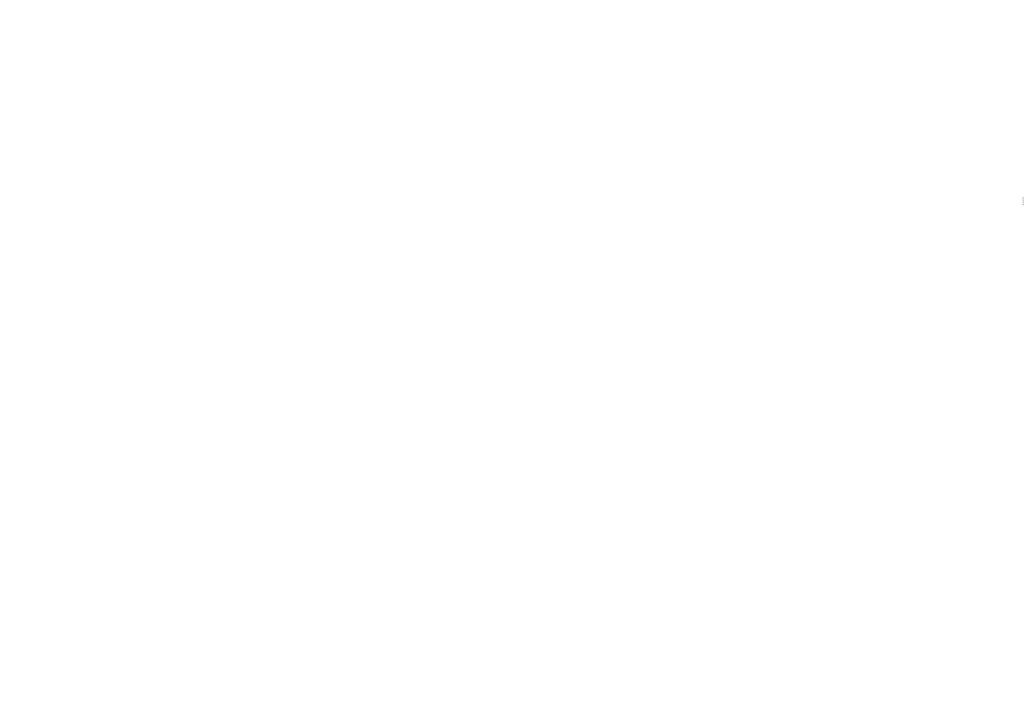
<source format=kicad_sch>
(kicad_sch (version 20231120) (generator "eeschema") (generator_version "8.0")
  (paper "A0")
  (title_block (title "Véhicule REX") (rev "1.0") (company "Softcar SA"))
  (lib_symbols
    (symbol "Conn_01x02_Pin_1" (pin_names (offset 1.016) hide)
      (symbol "Conn_01x02_Pin_1_1_1"
        (pin passive line (at 5.08 0 180) (length 3.81) (name "Pin_1") (number ""))
        (pin passive line (at 5.08 -2.54 180) (length 3.81) (name "Pin_2") (number ""))
      )
    )
    (symbol "Conn_01x02_Pin_2" (pin_names (offset 1.016) hide)
      (property "Reference" "J" (at 0 2.54 0))
      (property "Value" "Conn_01x02_Pin" (at 0 -5.08 0))
      (symbol "Conn_01x02_Pin_2_1_1"
        (pin passive line (at 5.08 0 180) (length 3.81) (name "Pin_1") (number "1"))
        (pin passive line (at 5.08 -2.54 180) (length 3.81) (name "Pin_2") (number "2"))
      )
    )
    (symbol "Conn_01x02_Socket_2" (pin_names (offset 1.016) hide)
      (symbol "Conn_01x02_Socket_2_1_1"
        (pin passive line (at -5.08 0 0) (length 3.81) (name "Pin_1") (number ""))
        (pin passive line (at -5.08 -2.54 0) (length 3.81) (name "Pin_2") (number ""))
      )
    )
    (symbol "Conn_01x02_Socket_3" (pin_names (offset 1.016) hide)
      (symbol "Conn_01x02_Socket_3_1_1"
        (pin passive line (at -5.08 -2.54 0) (length 3.81) (name "Pin_1") (number "1"))
        (pin passive line (at -5.08 0 0) (length 3.81) (name "Pin_2") (number "2"))
      )
    )
    (symbol "Conn_01x04_Male_6" (pin_names (offset 1.016) hide)
      (property "Reference" "AmphenolHT2P" (at 1.27 6.35 0))
      (property "Value" "HVSL362062A010I" (at 1.27 5.08 0))
      (symbol "Conn_01x04_Male_6_1_1"
        (pin passive line (at 5.08 -5.08 180) (length 3.81) (name "Pin_4") (number "1"))
        (pin passive line (at 5.08 2.54 180) (length 3.81) (name "Pin_1") (number "2"))
        (pin passive line (at 5.08 -2.54 180) (length 3.81) (name "Pin_3") (number "A"))
        (pin passive line (at 5.08 0 180) (length 3.81) (name "Pin_2") (number "B"))
      )
    )
    (symbol "Conn_01x04_Socket_1" (pin_names (offset 1.016) hide)
      (property "Reference" "J1" (at 1.27 0.0001 0))
      (property "Value" "Conn_01x04_Socket" (at 1.27 -2.5399 0))
      (symbol "Conn_01x04_Socket_1_1_1"
        (pin passive line (at -5.08 2.54 0) (length 3.81) (name "Pin_1") (number "1"))
        (pin passive line (at -5.08 -5.08 0) (length 3.81) (name "Pin_2") (number "2"))
        (pin passive line (at -5.08 0 0) (length 3.81) (name "Pin_A") (number "A"))
        (pin passive line (at -5.08 -2.54 0) (length 3.81) (name "Pin_B") (number "B"))
      )
    )
    (symbol "Connector:Conn_01x01_Pin" (pin_names (offset 1.016) hide)
      (property "Reference" "J" (at 0 2.54 0))
      (property "Value" "Conn_01x01_Pin" (at 0 -2.54 0))
      (symbol "Conn_01x01_Pin_1_1"
        (pin passive line (at 5.08 0 180) (length 3.81) (name "Pin_1") (number "1"))
      )
    )
    (symbol "Connector:Conn_01x01_Socket" (pin_names (offset 1.016) hide)
      (property "Reference" "J" (at 0 2.54 0))
      (property "Value" "Conn_01x01_Socket" (at 0 -2.54 0))
      (symbol "Conn_01x01_Socket_1_1"
        (pin passive line (at -5.08 0 0) (length 3.81) (name "Pin_1") (number "1"))
      )
    )
    (symbol "Connector:Conn_01x02_Pin" (pin_names (offset 1.016) hide)
      (property "Reference" "J" (at 0 2.54 0))
      (property "Value" "Conn_01x02_Pin" (at 0 -5.08 0))
      (symbol "Conn_01x02_Pin_1_1"
        (pin passive line (at 5.08 0 180) (length 3.81) (name "Pin_1") (number "1"))
        (pin passive line (at 5.08 -2.54 180) (length 3.81) (name "Pin_2") (number "2"))
      )
    )
    (symbol "Connector:Conn_01x02_Socket" (pin_names (offset 1.016) hide)
      (property "Reference" "J" (at 0 2.54 0))
      (property "Value" "Conn_01x02_Socket" (at 0 -5.08 0))
      (symbol "Conn_01x02_Socket_1_1"
        (pin passive line (at -5.08 0 0) (length 3.81) (name "Pin_1") (number "1"))
        (pin passive line (at -5.08 -2.54 0) (length 3.81) (name "Pin_2") (number "2"))
      )
    )
    (symbol "Connector:Conn_01x03_Pin" (pin_names (offset 1.016) hide)
      (property "Reference" "J" (at 0 5.08 0))
      (property "Value" "Conn_01x03_Pin" (at 0 -5.08 0))
      (symbol "Conn_01x03_Pin_1_1"
        (pin passive line (at 5.08 2.54 180) (length 3.81) (name "Pin_1") (number "1"))
        (pin passive line (at 5.08 0 180) (length 3.81) (name "Pin_2") (number "2"))
        (pin passive line (at 5.08 -2.54 180) (length 3.81) (name "Pin_3") (number "3"))
      )
    )
    (symbol "Connector:Conn_01x03_Socket" (pin_names (offset 1.016) hide)
      (property "Reference" "J" (at 0 5.08 0))
      (property "Value" "Conn_01x03_Socket" (at 0 -5.08 0))
      (symbol "Conn_01x03_Socket_1_1"
        (pin passive line (at -5.08 2.54 0) (length 3.81) (name "Pin_1") (number "1"))
        (pin passive line (at -5.08 0 0) (length 3.81) (name "Pin_2") (number "2"))
        (pin passive line (at -5.08 -2.54 0) (length 3.81) (name "Pin_3") (number "3"))
      )
    )
    (symbol "Connector:Conn_01x04_Pin" (pin_names (offset 1.016) hide)
      (property "Reference" "J" (at 0 5.08 0))
      (property "Value" "Conn_01x04_Pin" (at 0 -7.62 0))
      (symbol "Conn_01x04_Pin_1_1"
        (pin passive line (at 5.08 2.54 180) (length 3.81) (name "Pin_1") (number "1"))
        (pin passive line (at 5.08 0 180) (length 3.81) (name "Pin_2") (number "2"))
        (pin passive line (at 5.08 -2.54 180) (length 3.81) (name "Pin_3") (number "3"))
        (pin passive line (at 5.08 -5.08 180) (length 3.81) (name "Pin_4") (number "4"))
      )
    )
    (symbol "Connector:Conn_01x04_Socket" (pin_names (offset 1.016) hide)
      (property "Reference" "J" (at 0 5.08 0))
      (property "Value" "Conn_01x04_Socket" (at 0 -7.62 0))
      (symbol "Conn_01x04_Socket_1_1"
        (pin passive line (at -5.08 2.54 0) (length 3.81) (name "Pin_1") (number "1"))
        (pin passive line (at -5.08 0 0) (length 3.81) (name "Pin_2") (number "2"))
        (pin passive line (at -5.08 -2.54 0) (length 3.81) (name "Pin_3") (number "3"))
        (pin passive line (at -5.08 -5.08 0) (length 3.81) (name "Pin_4") (number "4"))
      )
    )
    (symbol "Connector:Conn_01x05_Pin" (pin_names (offset 1.016) hide)
      (property "Reference" "J" (at 0 7.62 0))
      (property "Value" "Conn_01x05_Pin" (at 0 -7.62 0))
      (symbol "Conn_01x05_Pin_1_1"
        (pin passive line (at 5.08 5.08 180) (length 3.81) (name "Pin_1") (number "1"))
        (pin passive line (at 5.08 2.54 180) (length 3.81) (name "Pin_2") (number "2"))
        (pin passive line (at 5.08 0 180) (length 3.81) (name "Pin_3") (number "3"))
        (pin passive line (at 5.08 -2.54 180) (length 3.81) (name "Pin_4") (number "4"))
        (pin passive line (at 5.08 -5.08 180) (length 3.81) (name "Pin_5") (number "5"))
      )
    )
    (symbol "Connector:Conn_01x05_Socket" (pin_names (offset 1.016) hide)
      (property "Reference" "J" (at 0 7.62 0))
      (property "Value" "Conn_01x05_Socket" (at 0 -7.62 0))
      (symbol "Conn_01x05_Socket_1_1"
        (pin passive line (at -5.08 5.08 0) (length 3.81) (name "Pin_1") (number "1"))
        (pin passive line (at -5.08 2.54 0) (length 3.81) (name "Pin_2") (number "2"))
        (pin passive line (at -5.08 0 0) (length 3.81) (name "Pin_3") (number "3"))
        (pin passive line (at -5.08 -2.54 0) (length 3.81) (name "Pin_4") (number "4"))
        (pin passive line (at -5.08 -5.08 0) (length 3.81) (name "Pin_5") (number "5"))
      )
    )
    (symbol "Connector:Conn_01x06_Pin" (pin_names (offset 1.016) hide)
      (property "Reference" "J" (at 0 7.62 0))
      (property "Value" "Conn_01x06_Pin" (at 0 -10.16 0))
      (symbol "Conn_01x06_Pin_1_1"
        (pin passive line (at 5.08 5.08 180) (length 3.81) (name "Pin_1") (number "1"))
        (pin passive line (at 5.08 2.54 180) (length 3.81) (name "Pin_2") (number "2"))
        (pin passive line (at 5.08 0 180) (length 3.81) (name "Pin_3") (number "3"))
        (pin passive line (at 5.08 -2.54 180) (length 3.81) (name "Pin_4") (number "4"))
        (pin passive line (at 5.08 -5.08 180) (length 3.81) (name "Pin_5") (number "5"))
        (pin passive line (at 5.08 -7.62 180) (length 3.81) (name "Pin_6") (number "6"))
      )
    )
    (symbol "Connector:Conn_01x06_Socket" (pin_names (offset 1.016) hide)
      (property "Reference" "J" (at 0 7.62 0))
      (property "Value" "Conn_01x06_Socket" (at 0 -10.16 0))
      (symbol "Conn_01x06_Socket_1_1"
        (pin passive line (at -5.08 5.08 0) (length 3.81) (name "Pin_1") (number "1"))
        (pin passive line (at -5.08 2.54 0) (length 3.81) (name "Pin_2") (number "2"))
        (pin passive line (at -5.08 0 0) (length 3.81) (name "Pin_3") (number "3"))
        (pin passive line (at -5.08 -2.54 0) (length 3.81) (name "Pin_4") (number "4"))
        (pin passive line (at -5.08 -5.08 0) (length 3.81) (name "Pin_5") (number "5"))
        (pin passive line (at -5.08 -7.62 0) (length 3.81) (name "Pin_6") (number "6"))
      )
    )
    (symbol "Connector:Screw_Terminal_01x01" (pin_names (offset 1.016) hide)
      (property "Reference" "J" (at 0 2.54 0))
      (property "Value" "Screw_Terminal_01x01" (at 0 -2.54 0))
      (symbol "Screw_Terminal_01x01_1_1"
        (pin passive line (at -5.08 0 0) (length 3.81) (name "Pin_1") (number "1"))
      )
    )
  )
  (junction (at 1258.57 116.84))
  (junction (at 1258.57 114.3))
  (no_connect (at 1257.3 121.92))
  (no_connect (at 1247.14 218.44))
  (no_connect (at 1247.14 66.04))
  (no_connect (at 1247.14 198.12))
  (no_connect (at 1252.22 251.46))
  (no_connect (at 1247.14 223.52))
  (no_connect (at 1247.14 220.98))
  (no_connect (at 1247.14 27.94))
  (polyline (pts (xy 1258.57 280.67) (xy 1306.83 280.67)) (stroke (width 0) (type dash)))
  (polyline (pts (xy 1258.57 273.05) (xy 1306.83 273.05)) (stroke (width 0) (type dash)))
  (wire (pts (xy 1257.3 60.96) (xy 1259.84 60.96)))
  (polyline (pts (xy 1258.57 283.21) (xy 1306.83 283.21)) (stroke (width 0) (type dash)))
  (wire (pts (xy 1254.76 429.26) (xy 1257.3 429.26)))
  (wire (pts (xy 1254.76 276.86) (xy 1257.3 276.86)))
  (wire (pts (xy 1257.3 127) (xy 1259.84 127)))
  (wire (pts (xy 1257.3 40.64) (xy 1259.84 40.64)))
  (polyline (pts (xy 1258.57 196.85) (xy 1306.83 196.85)) (stroke (width 0) (type dash)))
  (wire (pts (xy 1254.76 431.8) (xy 1257.3 431.8)))
  (wire (pts (xy 1257.3 50.8) (xy 1259.84 50.8)))
  (wire (pts (xy 1254.76 406.4) (xy 1257.3 406.4)))
  (polyline (pts (xy 1258.57 171.45) (xy 1271.27 171.45)) (stroke (width 0) (type dash)))
  (wire (pts (xy 1254.76 477.52) (xy 1257.3 477.52)))
  (polyline (pts (xy 1258.57 501.65) (xy 1276.35 501.65)) (stroke (width 0) (type dash)))
  (wire (pts (xy 1254.76 383.54) (xy 1257.3 383.54)))
  (polyline (pts (xy 1258.57 255.27) (xy 1306.83 255.27)) (stroke (width 0) (type dash)))
  (wire (pts (xy 1254.76 401.32) (xy 1257.3 401.32)))
  (polyline (pts (xy 1258.57 224.79) (xy 1306.83 224.79)) (stroke (width 0) (type dash)))
  (wire (pts (xy 1254.76 487.68) (xy 1257.3 487.68)))
  (wire (pts (xy 1258.57 114.3) (xy 1259.84 114.3)))
  (polyline (pts (xy 1258.57 209.55) (xy 1306.83 209.55)) (stroke (width 0) (type dash)))
  (wire (pts (xy 1257.3 119.38) (xy 1259.84 119.38)))
  (polyline (pts (xy 1258.57 496.57) (xy 1276.35 496.57)) (stroke (width 0) (type dash)))
  (wire (pts (xy 1254.76 381) (xy 1257.3 381)))
  (polyline (pts (xy 1258.57 270.51) (xy 1306.83 270.51)) (stroke (width 0) (type dash)))
  (polyline (pts (xy 1258.57 504.19) (xy 1276.35 504.19)) (stroke (width 0) (type dash)))
  (wire (pts (xy 1257.3 53.34) (xy 1259.84 53.34)))
  (wire (pts (xy 1254.76 474.98) (xy 1257.3 474.98)))
  (wire (pts (xy 1221.74 238.76) (xy 1247.14 238.76)))
  (wire (pts (xy 1221.74 231.14) (xy 1247.14 231.14)))
  (wire (pts (xy 1257.3 185.42) (xy 1259.84 185.42)))
  (polyline (pts (xy 1258.57 240.03) (xy 1306.83 240.03)) (stroke (width 0) (type dash)))
  (wire (pts (xy 1221.74 236.22) (xy 1247.14 236.22)))
  (wire (pts (xy 1257.3 63.5) (xy 1259.84 63.5)))
  (polyline (pts (xy 1258.57 509.27) (xy 1276.35 509.27)) (stroke (width 0) (type dash)))
  (wire (pts (xy 1254.76 391.16) (xy 1257.3 391.16)))
  (wire (pts (xy 1254.76 408.94) (xy 1257.3 408.94)))
  (wire (pts (xy 1254.76 421.64) (xy 1257.3 421.64)))
  (wire (pts (xy 1257.3 124.46) (xy 1259.84 124.46)))
  (wire (pts (xy 1257.3 35.56) (xy 1259.84 35.56)))
  (wire (pts (xy 1221.74 246.38) (xy 1247.14 246.38)))
  (wire (pts (xy 1254.76 485.14) (xy 1257.3 485.14)))
  (polyline (pts (xy 1258.57 166.37) (xy 1271.27 166.37)) (stroke (width 0) (type dash)))
  (polyline (pts (xy 1258.57 316.23) (xy 1286.51 316.23)) (stroke (width 0) (type dash)))
  (polyline (pts (xy 1258.57 242.57) (xy 1306.83 242.57)) (stroke (width 0) (type dash)))
  (wire (pts (xy 1258.57 114.3) (xy 1258.57 116.84)))
  (wire (pts (xy 1258.57 116.84) (xy 1259.84 116.84)))
  (polyline (pts (xy 1258.57 308.61) (xy 1286.51 308.61)) (stroke (width 0) (type dash)))
  (wire (pts (xy 1257.3 116.84) (xy 1258.57 116.84)))
  (wire (pts (xy 1244.6 373.38) (xy 1257.3 373.38)))
  (wire (pts (xy 1257.3 114.3) (xy 1258.57 114.3)))
  (wire (pts (xy 1257.3 43.18) (xy 1259.84 43.18)))
  (polyline (pts (xy 1258.57 227.33) (xy 1306.83 227.33)) (stroke (width 0) (type dash)))
  (polyline (pts (xy 1258.57 321.31) (xy 1286.51 321.31)) (stroke (width 0) (type dash)))
  (polyline (pts (xy 1258.57 313.69) (xy 1286.51 313.69)) (stroke (width 0) (type dash)))
  (wire (pts (xy 1257.3 182.88) (xy 1259.84 182.88)))
  (wire (pts (xy 1221.74 233.68) (xy 1247.14 233.68)))
  (polyline (pts (xy 1258.57 207.01) (xy 1306.83 207.01)) (stroke (width 0) (type dash)))
  (wire (pts (xy 1254.76 411.48) (xy 1257.3 411.48)))
  (wire (pts (xy 1254.76 419.1) (xy 1257.3 419.1)))
  (polyline (pts (xy 1258.57 176.53) (xy 1271.27 176.53)) (stroke (width 0) (type dash)))
  (wire (pts (xy 1254.76 393.7) (xy 1257.3 393.7)))
  (wire (pts (xy 1244.6 375.92) (xy 1257.3 375.92)))
  (wire (pts (xy 1221.74 228.6) (xy 1247.14 228.6)))
  (polyline (pts (xy 1258.57 257.81) (xy 1306.83 257.81)) (stroke (width 0) (type dash)))
  (wire (pts (xy 1247.14 360.68) (xy 1247.14 363.22)))
  (wire (pts (xy 1257.3 38.1) (xy 1259.84 38.1)))
  (wire (pts (xy 1221.74 243.84) (xy 1247.14 243.84)))
  (wire (pts (xy 1257.3 66.04) (xy 1259.84 66.04)))
  (polyline (pts (xy 1258.57 300.99) (xy 1306.83 300.99)) (stroke (width 0) (type dash)))
  (wire (pts (xy 1254.76 403.86) (xy 1257.3 403.86)))
  (polyline (pts (xy 1258.57 158.75) (xy 1271.27 158.75)) (stroke (width 0) (type dash)))
  (rectangle (start 1257.3 492.76) (end 1277.62 510.54))
  (rectangle (start 1257.3 436.88) (end 1272.54 459.74))
  (rectangle (start 1257.3 482.6) (end 1272.54 490.22))
  (rectangle (start 1257.3 190.5) (end 1308.1 302.26))
  (rectangle (start 1257.3 152.4) (end 1272.54 177.8))
  (rectangle (start 1257.3 325.12) (end 1277.62 335.28))
  (rectangle (start 1259.84 48.26) (end 1270 55.88))
  (rectangle (start 1257.3 96.52) (end 1272.54 109.22))
  (rectangle (start 1257.3 388.62) (end 1272.54 396.24))
  (rectangle (start 1257.3 472.44) (end 1272.54 480.06))
  (rectangle (start 1259.84 58.42) (end 1270 68.58))
  (rectangle (start 1257.3 337.82) (end 1272.54 353.06))
  (rectangle (start 1257.3 132.08) (end 1272.54 139.7))
  (rectangle (start 1257.3 462.28) (end 1282.7 469.9))
  (rectangle (start 1257.3 370.84) (end 1272.54 386.08))
  (rectangle (start 1257.3 304.8) (end 1287.78 322.58))
  (rectangle (start 1259.84 111.76) (end 1270 129.54))
  (rectangle (start 1257.3 142.24) (end 1272.54 149.86))
  (rectangle (start 1257.3 398.78) (end 1272.54 414.02))
  (rectangle (start 1257.3 355.6) (end 1272.54 368.3))
  (rectangle (start 1259.84 180.34) (end 1275.08 187.96))
  (rectangle (start 1252.22 15.2401) (end 1262.38 30.4801))
  (rectangle (start 1257.3 81.28) (end 1272.54 93.98))
  (rectangle (start 1259.84 33.0201) (end 1270 45.7201))
  (rectangle (start 1257.3 426.72) (end 1272.54 434.34))
  (rectangle (start 1257.3 71.12) (end 1272.54 78.74))
  (rectangle (start 1257.3 416.56) (end 1272.54 424.18))
  (text "Détendeur" (at 1264.92 154.94 0) (effects (font (size 1.27 1.27))))
  (text "Switch Ventilateur" (at 1267.46 495.3 0) (effects (font (size 1.27 1.27))))
  (text "Indicator Light Socket" (at 1282.7 217.17 0) (effects (font (size 1.27 1.27))))
  (text "Switch à clef\nContact" (at 1267.46 184.15 0) (effects (font (size 1.27 1.27))))
  (text "Capteur\ntempérature\neau" (at 1264.92 74.93 0) (effects (font (size 1.27 1.27))))
  (text "Bonbonne 2" (at 1272.54 318.77 0) (effects (font (size 1.27 1.27))))
  (text "Switch Valve\nDétendeur" (at 1264.92 420.37 0) (effects (font (size 1.27 1.27))))
  (text "Accelerator Control Stepper Motor Wires Socket" (at 1282.7 233.68 0) (effects (font (size 1.27 1.27))))
  (text "Ventilateur\nMoteur" (at 1264.92 486.41 0) (effects (font (size 1.27 1.27))))
  (text "Switch\nStart/Flameout" (at 1267.46 330.2 0) (effects (font (size 1.27 1.27))))
  (text "Capteur\npression\ntempérature\nrail injection" (at 1264.92 87.63 0) (effects (font (size 1.27 1.27))))
  (text "Injecteur\ngaz" (at 1264.92 52.07 0) (effects (font (size 1.27 1.27))))
  (text "Relais\nprincipal" (at 1257.3 22.86 0) (effects (font (size 1.27 1.27))))
  (text "Switch\nGenerator\nEnable" (at 1264.92 430.53 0) (effects (font (size 1.27 1.27))))
  (text "Generator Control" (at 1282.7 276.86 0) (effects (font (size 1.27 1.27))))
  (text "Capteur\nPression" (at 1264.92 162.56 0) (effects (font (size 1.27 1.27))))
  (text "Bougie\nChinoise" (at 1264.92 392.43 0) (effects (font (size 1.27 1.27))))
  (text "Capteur\npression\ntempérature\nair admission" (at 1264.92 102.87 0) (effects (font (size 1.27 1.27))))
  (text "Bobine" (at 1264.92 39.37 0) (effects (font (size 1.27 1.27))))
  (text "Bonbonne 1" (at 1272.54 311.15 0) (effects (font (size 1.27 1.27))))
  (text "Switch Champignon Bonbonne" (at 1272.54 307.34 0) (effects (font (size 1.27 1.27))))
  (text "Sonde\nlambda\nUEGO" (at 1264.92 120.65 0) (effects (font (size 1.27 1.27))))
  (text "Moteur" (at 1267.46 506.73 0) (effects (font (size 1.27 1.27))))
  (text "Igniter Flameout Wire Socket" (at 1282.7 248.92 0) (effects (font (size 1.27 1.27))))
  (text "Capteur\nrégime\nmoteur" (at 1264.92 63.5 0) (effects (font (size 1.27 1.27))))
  (text "Power\nDistribution\nUnit" (at 1264.92 361.95 0) (effects (font (size 1.27 1.27))))
  (text "High Voltage Outputs" (at 1282.7 264.16 0) (effects (font (size 1.27 1.27))))
  (text "REX\nEngine" (at 1264.92 345.44 0) (effects (font (size 1.27 1.27))))
  (text "Engine Control Unit - Chinois" (at 1282.7 193.04 0) (effects (font (size 1.27 1.27))))
  (text "Valve" (at 1264.92 173.99 0) (effects (font (size 1.27 1.27))))
  (text "Solenoide\nBonbonne 2" (at 1264.92 146.05 0) (effects (font (size 1.27 1.27))))
  (text "ECU" (at 1267.46 499.11 0) (effects (font (size 1.27 1.27))))
  (text "Contacteur\nHV" (at 1264.92 448.31 0) (effects (font (size 1.27 1.27))))
  (text "Ventilateur\nECU" (at 1264.92 476.25 0) (effects (font (size 1.27 1.27))))
  (text "Solenoide\nBonbonne 1" (at 1264.92 135.89 0) (effects (font (size 1.27 1.27))))
  (text "Generator Inputs" (at 1282.7 292.1 0) (effects (font (size 1.27 1.27))))
  (text "Switch Champignon\nContacteur HV" (at 1270 466.09 0) (effects (font (size 1.27 1.27))))
  (text "Starting Function Changeover Switch Socket" (at 1282.7 201.93 0) (effects (font (size 1.27 1.27))))
  (text "Driver\nBougie\nChinois" (at 1264.92 378.46 0) (effects (font (size 1.27 1.27))))
  (text "Moteur\nPapillon" (at 1264.92 406.4 0) (effects (font (size 1.27 1.27))))
  (label "12V-Solenoide-Bonbonne-2" (at 1247.14 320.04 180))
  (label "12V-Commuté-CRMT" (at 1247.14 50.8 180))
  (label "12V-ECU-FAN" (at 1247.14 497.84 180))
  (label "Cmd-Bobine-2-Papillon" (at 1247.14 233.68 180))
  (label "Cmd-Driver-Bougie" (at 1211.58 246.38 180))
  (label "12V-Engine-FAN" (at 1247.14 505.46 180))
  (label "Cmd-Solenoide-Bonbonne-2" (at 1247.14 317.5 180))
  (label "Cmd-Bobine-4-Papillon" (at 1211.58 238.76 180))
  (label "Cmd-Start-Engine" (at 1247.14 327.66 180))
  (label "REX-HV(-)" (at 1247.14 365.76 180))
  (label "GND-Chauffe-Bougie" (at 1244.6 383.54 180))
  (label "VSIP-Lambda" (at 1247.14 127 180))
  (label "REX-HV(+)" (at 1252.22 261.62 180))
  (label "Cmd-Solenoide-Bonbonne-1" (at 1247.14 134.62 180))
  (label "Cmd-Contacteur-HV" (at 1247.14 467.36 180))
  (label "REX-HV(+)-Commuté" (at 1247.14 358.14 180))
  (label "Signal-Pression-Détendeur" (at 1247.14 162.56 180))
  (label "Signal-Température-Eau" (at 1247.14 73.66 180))
  (label "VREF-Air-Admission" (at 1247.14 104.14 180))
  (label "GND-Pression-Détendeur" (at 1247.14 160.02 180))
  (label "12V-Valve-Détendeur" (at 1254.76 419.1 180))
  (label "5V-Papillon" (at 1211.58 228.6 180))
  (label "12V-Constant" (at 1247.14 185.42 180))
  (label "Cmd-Flameout-Engine" (at 1247.14 205.74 180))
  (label "Cmd-Solenoide-Bonbonne-1" (at 1247.14 309.88 180))
  (label "GND-Valve-Détendeur" (at 1247.14 175.26 180))
  (label "Cmd-Injecteur" (at 1247.14 53.34 180))
  (label "12V-Constant" (at 1247.14 17.78 180))
  (label "5V-Papillon" (at 1254.76 401.32 180))
  (label "Cmd-Contact" (at 1247.14 182.88 180))
  (label "REX-HV(+)" (at 1254.76 429.26 180))
  (label "GND-Solenoide-Bonbonne-1" (at 1247.14 137.16 180))
  (label "Cmd-Bobine-1-Papillon" (at 1211.58 231.14 180))
  (label "12V-Constant" (at 1247.14 22.86 180))
  (label "Signal-Température-Rail-Injection" (at 1247.14 86.36 180))
  (label "REX-PHASE-1" (at 1252.22 340.36 180))
  (label "REX-PHASE-2" (at 1252.22 345.44 180))
  (label "Signal-Pression-Rail-Injection" (at 1247.14 91.44 180))
  (label "AGND-Température-Eau" (at 1247.14 76.2 180))
  (label "GND-Chauffe-Bougie" (at 1254.76 393.7 180))
  (label "Signal-Pression-Air-Admission" (at 1247.14 106.68 180))
  (label "12V-Solenoide-Bonbonne-1" (at 1247.14 312.42 180))
  (label "GND-Driver-Bougie" (at 1244.6 375.92 180))
  (label "GND-Contacteur-HV" (at 1252.22 457.2 180))
  (label "VREF-Rail-Injection" (at 1247.14 88.9 180))
  (label "Cmd-Generator" (at 1244.6 276.86 180))
  (label "REX-PHASE-3" (at 1252.22 297.18 180))
  (label "Cmd-Solenoide-Bonbonne-2" (at 1247.14 144.78 180))
  (label "REX-PHASE-1" (at 1252.22 287.02 180))
  (label "LED-Indicator-1" (at 1247.14 210.82 180))
  (label "Heater-Lambda" (at 1247.14 114.3 180))
  (label "REX-PHASE-3" (at 1252.22 350.52 180))
  (label "LED-Indicator-2" (at 1247.14 213.36 180))
  (label "AGND-Air-Admission" (at 1247.14 99.06 180))
  (label "GND-Engine-FAN" (at 1254.76 487.68 180))
  (label "RCOMP-Lambda" (at 1247.14 121.92 180))
  (label "Cmd-ECU-FAN" (at 1254.76 474.98 180))
  (label "Cmd-ECU-FAN" (at 1247.14 500.38 180))
  (label "12V-Driver-Bougie" (at 1211.58 243.84 180))
  (label "AGND-Rail-Injection" (at 1247.14 83.82 180))
  (label "IP-Lambda" (at 1247.14 119.38 180))
  (label "Cmd-Relais-Principal" (at 1247.14 20.32 180))
  (label "Cmd-Valve-Détendeur" (at 1247.14 172.72 180))
  (label "GND-ECU-FAN" (at 1254.76 477.52 180))
  (label "12V-Contacteur-HV" (at 1247.14 464.82 180))
  (label "Cmd-Bobine-2-Papillon" (at 1254.76 406.4 180))
  (label "Cmd-Bobine" (at 1247.14 40.64 180))
  (label "5V-Papillon" (at 1247.14 228.6 180))
  (label "Cmd-Flameout-Engine" (at 1247.14 332.74 180))
  (label "Cmd-Bobine-3-Papillon" (at 1211.58 236.22 180))
  (label "Cmd-Bobine-1-Papillon" (at 1254.76 403.86 180))
  (label "Cmd-Contacteur-HV" (at 1252.22 452.12 180))
  (label "Common-Engine" (at 1247.14 330.2 180))
  (label "AGND-Régime-Moteur" (at 1247.14 63.5 180))
  (label "Cmd-Valve-Détendeur" (at 1254.76 421.64 180))
  (label "12V-Commuté-CRMT" (at 1247.14 25.4 180))
  (label "VS-Lambda" (at 1247.14 124.46 180))
  (label "Common-Engine" (at 1247.14 203.2 180))
  (label "Cmd-Engine-FAN" (at 1254.76 485.14 180))
  (label "REX-HV(+)" (at 1252.22 444.5 180))
  (label "Cmd-Bobine-4-Papillon" (at 1254.76 411.48 180))
  (label "Signal-Température-Air-Admission" (at 1247.14 101.6 180))
  (label "12V-Chauffe-Bougie" (at 1244.6 381 180))
  (label "GND-Solenoide-Bonbonne-2" (at 1247.14 147.32 180))
  (label "Cmd-Generator" (at 1254.76 431.8 180))
  (label "Cmd-Bobine-2-Papillon" (at 1211.58 233.68 180))
  (label "12V-Commuté-CRMT" (at 1247.14 43.18 180))
  (label "REX-HV(-)" (at 1252.22 266.7 180))
  (label "12V-Driver-Bougie" (at 1247.14 243.84 180))
  (label "Cmd-Driver-Bougie" (at 1247.14 246.38 180))
  (label "12V-Chauffe-Bougie" (at 1254.76 391.16 180))
  (label "Cmd-Engine-FAN" (at 1247.14 508 180))
  (label "REX-PHASE-2" (at 1252.22 292.1 180))
  (label "5V-Pression-Détendeur" (at 1247.14 165.1 180))
  (label "Cmd-Start-Engine" (at 1247.14 200.66 180))
  (label "Cmd-Bobine-3-Papillon" (at 1247.14 236.22 180))
  (label "GND-Bobine" (at 1247.14 38.1 180))
  (label "Cmd-Bobine-1-Papillon" (at 1247.14 231.14 180))
  (label "12V-Commuté-CRMT" (at 1247.14 116.84 180))
  (label "GND_Bobine" (at 1247.14 35.56 180))
  (label "Cmd-Bobine-4-Papillon" (at 1247.14 238.76 180))
  (label "Cmd-Bobine-3-Papillon" (at 1254.76 408.94 180))
  (label "REX-HV(+)-Commuté" (at 1252.22 439.42 180))
  (label "Cmd-Driver-Bougie" (at 1244.6 373.38 180))
  (label "LED-Indicator-3" (at 1247.14 215.9 180))
  (label "Signal-Régime-Moteur" (at 1247.14 60.96 180))
  (symbol (lib_id "Connector:Conn_01x05_Pin") (at 1216.66 233.68 180) (unit 1)
    (property "Reference" "CN30" (at 1214.12 226.06 0) (effects (font (size 0.635 0.635)) (justify top)))
    (property "Value" "Accelerator Control Stepper Motor Wires Socket" (effects (hide yes)))
    (property "Description" "JST SM Series" (effects (hide yes)))
    (property "Boitier" "JST SMP-05V-BC" (effects (hide yes)))
    (property "Contact 1" "SHF-001T-0.8BS" (effects (hide yes)))
  )
  (symbol (lib_id "Connector:Conn_01x03_Pin") (at 1252.22 330.2 0) (unit 1)
    (property "Reference" "CN51" (at 1254.76 325.12 0) (effects (font (size 0.635 0.635)) (justify bottom)))
    (property "Value" "Switch Start/Flameout" (effects (hide yes)))
    (property "Description" "Pas besoin de sourcer" (effects (hide yes)))
  )
  (symbol (lib_id "Connector:Conn_01x02_Socket") (at 1252.22 172.72 0) (unit 1)
    (property "Reference" "CN22" (at 1249.68 170.18 0) (effects (font (size 0.635 0.635)) (justify bottom)))
    (property "Value" "Valve Détendeur" (effects (hide yes)))
    (property "Description" "TE Superseal Series" (effects (hide yes)))
    (property "Boitier" "282080-1" (effects (hide yes)))
    (property "Contact 1" "282403-1" (effects (hide yes)))
    (property "Joint" "281934-4" (effects (hide yes)))
  )
  (symbol (lib_name "Conn_01x02_Pin_2") (lib_id "Connector:Conn_01x02_Pin") (at 1252.22 243.84 0) (unit 1)
    (property "Reference" "CN37" (at 1254.76 241.3 0) (effects (font (size 0.635 0.635)) (justify bottom)))
    (property "Value" "Igniter Flameout Wire Socket" (effects (hide yes)))
    (property "Description" "Pas besoin de sourcer" (effects (hide yes)))
  )
  (symbol (lib_id "Connector:Conn_01x02_Socket") (at 1252.22 505.46 0) (mirror y) (unit 1)
    (property "Reference" "CN67" (at 1254.76 502.92 0) (effects (font (size 0.635 0.635)) (justify bottom)))
    (property "Value" "Switch Ventilateur" (effects (hide yes)))
    (property "Description" "Insulated Faston" (effects (hide yes)))
  )
  (symbol (lib_id "Connector:Conn_01x02_Pin") (at 1252.22 317.5 0) (mirror y) (unit 1)
    (property "Reference" "CN48" (at 1249.68 314.96 0) (effects (font (size 0.635 0.635)) (justify bottom)))
    (property "Value" "Switch Champignon Bonbonne 2" (effects (hide yes)))
    (property "Description" "Insulated Faston" (effects (hide yes)))
  )
  (symbol (lib_name "Conn_01x02_Pin_2") (lib_id "Connector:Conn_01x02_Pin") (at 1252.22 182.88 0) (mirror y) (unit 1)
    (property "Reference" "CN24" (at 1249.68 180.34 0) (effects (font (size 0.635 0.635)) (justify bottom)))
    (property "Value" "Contact" (effects (hide yes)))
    (property "Description" "Pas besoin de sourcer" (effects (hide yes)))
  )
  (symbol (lib_name "Conn_01x02_Pin_1") (lib_id "Connector:Conn_01x02_Pin") (at 1216.66 243.84 0) (unit 1)
    (property "Reference" "CN35" (at 1219.2 241.3 0) (effects (font (size 0.635 0.635)) (justify bottom)))
    (property "Value" "Igniter Flameout Wire Socket" (effects (hide yes)))
    (property "Description" "Sumitomo MTW Series" (effects (hide yes)))
    (property "Boitier" "6030-2981" (effects (hide yes)))
    (property "Contact 1" "1500-0071" (effects (hide yes)))
  )
  (symbol (lib_id "Connector:Screw_Terminal_01x01") (at 1257.3 292.1 0) (unit 1)
    (property "Reference" "CN44" (at 1254.76 289.56 0) (effects (font (size 0.635 0.635)) (justify bottom)))
    (property "Value" "Phase 2" (effects (hide yes)))
    (property "Description" "Connecteur à vis" (effects (hide yes)))
  )
  (symbol (lib_name "Conn_01x04_Male_6") (lib_id "Connector:Conn_01x04_Male") (at 1252.22 363.22 0) (mirror x) (unit 1)
    (property "Reference" "CN56" (at 1254.76 355.6 0) (effects (font (size 0.635 0.635)) (justify top)))
    (property "Value" "REX HV  PDU" (effects (hide yes)))
    (property "Description" "HVSL362022A" (effects (hide yes)))
  )
  (symbol (lib_id "Connector:Conn_01x02_Socket") (at 1252.22 243.84 0) (unit 1)
    (property "Reference" "CN36" (at 1249.68 241.3 0) (effects (font (size 0.635 0.635)) (justify bottom)))
    (property "Value" "Igniter Flameout Wire Socket" (effects (hide yes)))
    (property "Description" "JST XA Series" (effects (hide yes)))
    (property "Boitier" "JST XAP-02V-1" (effects (hide yes)))
    (property "Contact 1" "SXA-001T-P0.6" (effects (hide yes)))
  )
  (symbol (lib_name "Conn_01x02_Pin_2") (lib_id "Connector:Conn_01x02_Pin") (at 1249.68 381 0) (mirror y) (unit 1)
    (property "Reference" "CN57" (at 1247.14 378.46 0) (effects (font (size 0.635 0.635)) (justify bottom)))
    (property "Value" "Driver Bougie Chinois" (effects (hide yes)))
    (property "Datasheet" "Sumitomo MT Sealed Series" (effects (hide yes)))
    (property "Description" "Sumitomo" (effects (hide yes)))
    (property "Boitier" "6187-2171" (effects (hide yes)))
    (property "Contact 1" "1500-0105" (effects (hide yes)))
    (property "Joint" "7160-8234" (effects (hide yes)))
  )
  (symbol (lib_id "Connector:Screw_Terminal_01x01") (at 1257.3 261.62 0) (unit 1)
    (property "Reference" "CN39" (at 1254.76 259.08 0) (effects (font (size 0.635 0.635)) (justify bottom)))
    (property "Value" "Igniter Flameout Wire Socket" (effects (hide yes)))
    (property "Description" "Connecteur à vis" (effects (hide yes)))
  )
  (symbol (lib_id "Connector:Conn_01x01_Socket") (at 1249.68 276.86 0) (unit 1)
    (property "Reference" "CN41" (at 1247.14 274.32 0) (effects (font (size 0.635 0.635)) (justify bottom)))
    (property "Value" "Generator Enable" (effects (hide yes)))
    (property "Description" "Insulated Faston" (effects (hide yes)))
  )
  (symbol (lib_id "Connector:Conn_01x02_Pin") (at 1252.22 464.82 0) (mirror y) (unit 1)
    (property "Reference" "CN63" (at 1249.68 462.28 0) (effects (font (size 0.635 0.635)) (justify bottom)))
    (property "Value" "Switch Champignon Bonbonne 2" (effects (hide yes)))
    (property "Description" "Insulated Faston" (effects (hide yes)))
  )
  (symbol (lib_id "Connector:Conn_01x04_Pin") (at 1252.22 86.36 0) (unit 1)
    (property "Reference" "CN11" (at 1254.76 81.28 0) (effects (font (size 0.635 0.635)) (justify bottom)))
    (property "Value" "Capteur Pression Température Rail Injection" (effects (hide yes)))
    (property "Description" "Pas besoin de sourcer" (effects (hide yes)))
  )
  (symbol (lib_id "Connector:Screw_Terminal_01x01") (at 1257.3 350.52 0) (unit 1)
    (property "Reference" "CN54" (at 1254.76 347.98 0) (effects (font (size 0.635 0.635)) (justify bottom)))
    (property "Value" "Phase 3" (effects (hide yes)))
    (property "Description" "Connecteur à vis" (effects (hide yes)))
  )
  (symbol (lib_id "Connector:Conn_01x03_Socket") (at 1252.22 162.56 0) (unit 1)
    (property "Reference" "CN20" (at 1249.68 157.48 0) (effects (font (size 0.635 0.635)) (justify bottom)))
    (property "Value" "Capteur Pression Détendeur" (effects (hide yes)))
    (property "Description" "TE MQS Series" (effects (hide yes)))
    (property "Boitier" "2-967642-1" (effects (hide yes)))
    (property "Contact 1" "5-965906-5" (effects (hide yes)))
    (property "Joint" "967067-1" (effects (hide yes)))
  )
  (symbol (lib_id "Connector:Conn_01x04_Pin") (at 1252.22 200.66 0) (unit 1)
    (property "Reference" "CN27" (at 1254.76 195.58 0) (effects (font (size 0.635 0.635)) (justify bottom)))
    (property "Value" "Starting Function Changeover Switch Socket" (effects (hide yes)))
    (property "Description" "Pas besoin de sourcer" (effects (hide yes)))
  )
  (symbol (lib_id "Connector:Conn_01x02_Pin") (at 1252.22 309.88 0) (mirror y) (unit 1)
    (property "Reference" "CN46" (at 1249.68 307.34 0) (effects (font (size 0.635 0.635)) (justify bottom)))
    (property "Value" "Switch Champignon Bonbonne 1" (effects (hide yes)))
    (property "Description" "Insulated Faston" (effects (hide yes)))
  )
  (symbol (lib_id "Connector:Conn_01x02_Socket") (at 1252.22 73.66 0) (unit 1)
    (property "Reference" "CN8" (at 1249.68 71.12 0) (effects (font (size 0.635 0.635)) (justify bottom)))
    (property "Value" "Capteur température eau" (effects (hide yes)))
    (property "Description" "  TE Junior Power Timer" (effects (hide yes)))
    (property "Boitier" "282189-1" (effects (hide yes)))
    (property "Contact 1" "929939-1" (effects (hide yes)))
    (property "Joint" "828905-1" (effects (hide yes)))
  )
  (symbol (lib_id "Connector:Conn_01x02_Socket") (at 1252.22 309.88 0) (mirror y) (unit 1)
    (property "Reference" "CN47" (at 1254.76 307.34 0) (effects (font (size 0.635 0.635)) (justify bottom)))
    (property "Value" "Switch Champignon Bonbonne 1" (effects (hide yes)))
    (property "Description" "Pas besoin de sourcer" (effects (hide yes)))
  )
  (symbol (lib_id "Connector:Conn_01x02_Socket") (at 1252.22 317.5 0) (mirror y) (unit 1)
    (property "Reference" "CN49" (at 1254.76 314.96 0) (effects (font (size 0.635 0.635)) (justify bottom)))
    (property "Value" "Switch Champignon Bonbonne 2" (effects (hide yes)))
    (property "Description" "Pas besoin de sourcer" (effects (hide yes)))
  )
  (symbol (lib_id "Connector:Conn_01x03_Pin") (at 1252.22 63.5 0) (unit 1)
    (property "Reference" "CN7" (at 1254.76 58.42 0) (effects (font (size 0.635 0.635)) (justify bottom)))
    (property "Value" "Capteur régime moteur" (effects (hide yes)))
    (property "Description" "Pas besoin de sourcer" (effects (hide yes)))
  )
  (symbol (lib_id "Connector:Conn_01x05_Socket") (at 1216.66 233.68 180) (unit 1)
    (property "Reference" "CN31" (at 1219.2 226.06 0) (effects (font (size 0.635 0.635)) (justify top)))
    (property "Value" "Accelerator Control Stepper Motor Wires Socket" (effects (hide yes)))
    (property "Description" "JST SM Series" (effects (hide yes)))
    (property "Boitier" "JST SMR-05V-B" (effects (hide yes)))
    (property "Contact 1" "SYM-001T-P0.6" (effects (hide yes)))
  )
  (symbol (lib_name "Conn_01x02_Socket_3") (lib_id "Connector:Conn_01x02_Socket") (at 1252.22 147.32 0) (mirror x) (unit 1)
    (property "Reference" "CN18" (at 1249.68 142.24 0) (effects (font (size 0.635 0.635)) (justify top)))
    (property "Value" "Solenoide Bonbonne 2" (effects (hide yes)))
    (property "Description" "TE Superseal Series" (effects (hide yes)))
    (property "Boitier" "282080-1" (effects (hide yes)))
    (property "Contact 1" "282403-1" (effects (hide yes)))
    (property "Joint" "281934-4" (effects (hide yes)))
  )
  (symbol (lib_id "Connector:Conn_01x03_Pin") (at 1252.22 162.56 0) (unit 1)
    (property "Reference" "CN21" (at 1254.76 157.48 0) (effects (font (size 0.635 0.635)) (justify bottom)))
    (property "Value" "Capteur Pression Détendeur" (effects (hide yes)))
    (property "Description" "Pas besoin de sourcer" (effects (hide yes)))
  )
  (symbol (lib_id "Connector:Conn_01x06_Pin") (at 1252.22 215.9 0) (unit 1)
    (property "Reference" "CN29" (at 1254.76 208.28 0) (effects (font (size 0.635 0.635)) (justify bottom)))
    (property "Value" "Indicator Light Socket" (effects (hide yes)))
    (property "Description" "Pas besoin de sourcer" (effects (hide yes)))
  )
  (symbol (lib_id "Connector:Conn_01x02_Socket") (at 1252.22 50.8 0) (unit 1)
    (property "Reference" "CN4" (at 1249.68 48.26 0) (effects (font (size 0.635 0.635)) (justify bottom)))
    (property "Value" "Injecteur gaz" (effects (hide yes)))
    (property "Datasheet" "https://prd.sws.co.jp/components/series/pdf/jp/hvhvgs.pdf" (effects (hide yes)))
    (property "Description" " Sumitomo HV/HVG SEALED SERIES" (effects (hide yes)))
    (property "Boitier" "6189-7036" (effects (hide yes)))
    (property "Contact 1" "8100-3067" (effects (hide yes)))
    (property "Contact 2" "8100-3068" (effects (hide yes)))
    (property "Joint" "7165-0622" (effects (hide yes)))
    (property "Verrouillage" "6918-1835" (effects (hide yes)))
  )
  (symbol (lib_id "Connector:Screw_Terminal_01x01") (at 1257.3 287.02 0) (unit 1)
    (property "Reference" "CN43" (at 1254.76 284.48 0) (effects (font (size 0.635 0.635)) (justify bottom)))
    (property "Value" "Phase 1" (effects (hide yes)))
    (property "Description" "Connecteur à vis" (effects (hide yes)))
  )
  (symbol (lib_id "Connector:Conn_01x04_Pin") (at 1252.22 38.1 0) (unit 1)
    (property "Reference" "CN3" (at 1254.76 33.02 0) (effects (font (size 0.635 0.635)) (justify bottom)))
    (property "Value" "Bobine" (effects (hide yes)))
    (property "Description" "Pas besoin de sourcer" (effects (hide yes)))
  )
  (symbol (lib_id "Connector:Conn_01x04_Socket") (at 1252.22 86.36 0) (unit 1)
    (property "Reference" "CN10" (at 1249.68 81.28 0) (effects (font (size 0.635 0.635)) (justify bottom)))
    (property "Value" "Capteur Pression Température Rail Injection" (effects (hide yes)))
    (property "Description" "BOSCH" (effects (hide yes)))
    (property "Boitier" "1 928 403 736" (effects (hide yes)))
    (property "Contact 1" "1 928 498 056" (effects (hide yes)))
    (property "Joint" "1 928 300 599" (effects (hide yes)))
  )
  (symbol (lib_id "Connector:Screw_Terminal_01x01") (at 1257.3 444.5 0) (unit 1)
    (property "Reference" "CN60" (at 1254.76 441.96 0) (effects (font (size 0.635 0.635)) (justify bottom)))
    (property "Value" "Contacteur Haute-Tension" (effects (hide yes)))
    (property "Description" "Connecteur à vis" (effects (hide yes)))
  )
  (symbol (lib_id "Connector:Conn_01x04_Socket") (at 1252.22 101.6 0) (unit 1)
    (property "Reference" "CN12" (at 1249.68 96.52 0) (effects (font (size 0.635 0.635)) (justify bottom)))
    (property "Value" "Capteur Pression Température Air Admission" (effects (hide yes)))
    (property "Description" "BOSCH" (effects (hide yes)))
    (property "Boitier" "1 928 403 736" (effects (hide yes)))
    (property "Contact 1" "1 928 498 056" (effects (hide yes)))
    (property "Joint" "1 928 300 599" (effects (hide yes)))
  )
  (symbol (lib_id "Connector:Conn_01x02_Socket") (at 1252.22 182.88 0) (mirror y) (unit 1)
    (property "Reference" "CN25" (at 1254.76 180.34 0) (effects (font (size 0.635 0.635)) (justify bottom)))
    (property "Value" "Contact" (effects (hide yes)))
    (property "Description" "  TE Fastin-Faston Series" (effects (hide yes)))
    (property "Boitier" "180907 " (effects (hide yes)))
    (property "Contact 1" "42100-2" (effects (hide yes)))
    (property "Contact 2" "60295-2" (effects (hide yes)))
  )
  (symbol (lib_id "Connector:Conn_01x05_Socket") (at 1252.22 22.86 0) (unit 1)
    (property "Reference" "CN1" (at 1249.68 15.24 0) (effects (font (size 0.635 0.635)) (justify bottom)))
    (property "Value" "Relais principal" (effects (hide yes)))
    (property "Datasheet" "https://www.te.com/commerce/DocumentDelivery/DDEController?Action=srchrtrv&DocNm=V23333-Z1001-A008&DocType=Customer+Drawing&DocLang=English&PartCntxt=1-1904045-2&DocFormat=pdf" (effects (hide yes)))
    (property "Description" "TE Mini Relay" (effects (hide yes)))
    (property "Boitier" "1-1904045-2" (effects (hide yes)))
    (property "Contact 1" "160927-4 (17-13AWG)" (effects (hide yes)))
    (property "Contact 2" "5-160526-9 (20-15 AWG)" (effects (hide yes)))
  )
  (symbol (lib_name "Conn_01x02_Pin_2") (lib_id "Connector:Conn_01x02_Pin") (at 1252.22 50.8 0) (unit 1)
    (property "Reference" "CN5" (at 1254.76 48.26 0) (effects (font (size 0.635 0.635)) (justify bottom)))
    (property "Value" "Injecteur gaz" (effects (hide yes)))
    (property "Description" "Pas besoin de sourcer" (effects (hide yes)))
  )
  (symbol (lib_id "Connector:Screw_Terminal_01x01") (at 1257.3 297.18 0) (unit 1)
    (property "Reference" "CN45" (at 1254.76 294.64 0) (effects (font (size 0.635 0.635)) (justify bottom)))
    (property "Value" "Phase 3" (effects (hide yes)))
    (property "Description" "Connecteur à vis" (effects (hide yes)))
  )
  (symbol (lib_id "Connector:Screw_Terminal_01x01") (at 1257.3 457.2 0) (unit 1)
    (property "Reference" "CN62" (at 1254.76 454.66 0) (effects (font (size 0.635 0.635)) (justify bottom)))
    (property "Value" "Contacteur Haute-Tension" (effects (hide yes)))
    (property "Description" "Connecteur à vis" (effects (hide yes)))
  )
  (symbol (lib_name "Conn_01x02_Pin_2") (lib_id "Connector:Conn_01x02_Pin") (at 1252.22 172.72 0) (unit 1)
    (property "Reference" "CN23" (at 1254.76 170.18 0) (effects (font (size 0.635 0.635)) (justify bottom)))
    (property "Value" "Valve Détendeur" (effects (hide yes)))
    (property "Description" "Pas besoin de sourcer" (effects (hide yes)))
  )
  (symbol (lib_id "Connector:Conn_01x02_Socket") (at 1249.68 381 0) (mirror y) (unit 1)
    (property "Reference" "CN58" (at 1252.22 378.46 0) (effects (font (size 0.635 0.635)) (justify bottom)))
    (property "Value" "Driver Bougie Chinois" (effects (hide yes)))
    (property "Description" "Sumitomo MT Sealed Series" (effects (hide yes)))
    (property "Boitier" "6180-2181" (effects (hide yes)))
    (property "Contact 1" "1500-0110" (effects (hide yes)))
    (property "Joint" "7160-8234" (effects (hide yes)))
  )
  (symbol (lib_id "Connector:Conn_01x05_Socket") (at 1252.22 233.68 0) (mirror x) (unit 1)
    (property "Reference" "CN32" (at 1249.68 226.06 0) (effects (font (size 0.635 0.635)) (justify top)))
    (property "Value" "Accelerator Control Stepper Motor Wires Socket" (effects (hide yes)))
    (property "Description" "JST XA Series" (effects (hide yes)))
    (property "Boitier" "JST XAP-05V-1" (effects (hide yes)))
    (property "Contact 1" "SXA-001T-P0.6" (effects (hide yes)))
  )
  (symbol (lib_id "Connector:Conn_01x03_Socket") (at 1252.22 330.2 0) (unit 1)
    (property "Reference" "CN50" (at 1249.68 325.12 0) (effects (font (size 0.635 0.635)) (justify bottom)))
    (property "Value" "Switch Start/Flameout" (effects (hide yes)))
    (property "Description" "Insulated Faston" (effects (hide yes)))
  )
  (symbol (lib_name "Conn_01x02_Socket_2") (lib_id "Connector:Conn_01x02_Socket") (at 1216.66 243.84 0) (unit 1)
    (property "Reference" "CN34" (at 1214.12 241.3 0) (effects (font (size 0.635 0.635)) (justify bottom)))
    (property "Value" "Igniter Flameout Wire Socket" (effects (hide yes)))
    (property "Description" "Sumitomo MTW Series" (effects (hide yes)))
    (property "Boitier" "6040-2111" (effects (hide yes)))
    (property "Contact 1" "8240-4050" (effects (hide yes)))
  )
  (symbol (lib_id "Connector:Conn_01x01_Pin") (at 1249.68 276.86 0) (unit 1)
    (property "Reference" "CN42" (at 1252.22 274.32 0) (effects (font (size 0.635 0.635)) (justify bottom)))
    (property "Value" "Generator Enable" (effects (hide yes)))
    (property "Description" "Pas besoin de sourcer" (effects (hide yes)))
  )
  (symbol (lib_id "Connector:Conn_01x04_Pin") (at 1252.22 101.6 0) (unit 1)
    (property "Reference" "CN13" (at 1254.76 96.52 0) (effects (font (size 0.635 0.635)) (justify bottom)))
    (property "Value" "Capteur Pression Température Air Admission" (effects (hide yes)))
    (property "Description" "Pas besoin de sourcer" (effects (hide yes)))
  )
  (symbol (lib_name "Conn_01x02_Pin_2") (lib_id "Connector:Conn_01x02_Pin") (at 1252.22 73.66 0) (unit 1)
    (property "Reference" "CN9" (at 1254.76 71.12 0) (effects (font (size 0.635 0.635)) (justify bottom)))
    (property "Value" "Capteur température eau" (effects (hide yes)))
    (property "Description" "Pas besoin de sourcer" (effects (hide yes)))
  )
  (symbol (lib_id "Connector:Conn_01x02_Pin") (at 1252.22 497.84 0) (mirror y) (unit 1)
    (property "Reference" "CN65" (at 1249.68 495.3 0) (effects (font (size 0.635 0.635)) (justify bottom)))
    (property "Value" "Switch Ventilateur" (effects (hide yes)))
    (property "Description" "Insulated Faston" (effects (hide yes)))
  )
  (symbol (lib_name "Conn_01x02_Pin_2") (lib_id "Connector:Conn_01x02_Pin") (at 1252.22 134.62 0) (unit 1)
    (property "Reference" "CN17" (at 1254.76 132.08 0) (effects (font (size 0.635 0.635)) (justify bottom)))
    (property "Value" "Solenoide Bonbonne 1" (effects (hide yes)))
    (property "Description" "Pas besoin de sourcer" (effects (hide yes)))
  )
  (symbol (lib_id "Connector:Screw_Terminal_01x01") (at 1257.3 452.12 0) (unit 1)
    (property "Reference" "CN61" (at 1254.76 449.58 0) (effects (font (size 0.635 0.635)) (justify bottom)))
    (property "Value" "Contacteur Haute-Tension" (effects (hide yes)))
    (property "Description" "Connecteur à vis" (effects (hide yes)))
  )
  (symbol (lib_id "Connector:Conn_01x04_Socket") (at 1252.22 38.1 0) (unit 1)
    (property "Reference" "CN2" (at 1249.68 33.02 0) (effects (font (size 0.635 0.635)) (justify bottom)))
    (property "Value" "Bobine" (effects (hide yes)))
    (property "Datasheet" "https://www.mouser.com/catalog/specsheets/delphi_12202017_gt_series_section-pdf.pdf?srsltid=AfmBOorhGKF6gbfSZqYAN7EMFtxYdxmaw-Qalwq3V0u_Kjzt8wFz0od-" (effects (hide yes)))
    (property "Description" "APTIV" (effects (hide yes)))
    (property "Boitier" "12162834" (effects (hide yes)))
    (property "Contact 1" "12089290-L" (effects (hide yes)))
  )
  (symbol (lib_id "Connector:Screw_Terminal_01x01") (at 1257.3 340.36 0) (unit 1)
    (property "Reference" "CN52" (at 1254.76 337.82 0) (effects (font (size 0.635 0.635)) (justify bottom)))
    (property "Value" "Phase 1" (effects (hide yes)))
    (property "Description" "Connecteur à vis" (effects (hide yes)))
  )
  (symbol (lib_id "Connector:Screw_Terminal_01x01") (at 1257.3 345.44 0) (unit 1)
    (property "Reference" "CN53" (at 1254.76 342.9 0) (effects (font (size 0.635 0.635)) (justify bottom)))
    (property "Value" "Phase 2" (effects (hide yes)))
    (property "Description" "Connecteur à vis" (effects (hide yes)))
  )
  (symbol (lib_name "Conn_01x02_Socket_3") (lib_id "Connector:Conn_01x02_Socket") (at 1252.22 137.16 0) (mirror x) (unit 1)
    (property "Reference" "CN16" (at 1249.68 132.08 0) (effects (font (size 0.635 0.635)) (justify top)))
    (property "Value" "Solenoide Bonbonne 1" (effects (hide yes)))
    (property "Description" "TE Superseal Series" (effects (hide yes)))
    (property "Boitier" "282080-1" (effects (hide yes)))
    (property "Contact 1" "282403-1" (effects (hide yes)))
    (property "Joint" "281934-4" (effects (hide yes)))
  )
  (symbol (lib_id "Connector:Conn_01x02_Socket") (at 1252.22 497.84 0) (mirror y) (unit 1)
    (property "Reference" "CN66" (at 1254.76 495.3 0) (effects (font (size 0.635 0.635)) (justify bottom)))
    (property "Value" "Switch Ventilateur" (effects (hide yes)))
    (property "Description" "Insulated Faston" (effects (hide yes)))
  )
  (symbol (lib_name "Conn_01x02_Pin_2") (lib_id "Connector:Conn_01x02_Pin") (at 1252.22 144.78 0) (unit 1)
    (property "Reference" "CN19" (at 1254.76 142.24 0) (effects (font (size 0.635 0.635)) (justify bottom)))
    (property "Value" "Solenoide Bonbonne 2" (effects (hide yes)))
    (property "Description" "Pas besoin de sourcer" (effects (hide yes)))
  )
  (symbol (lib_id "Connector:Conn_01x02_Pin") (at 1252.22 505.46 0) (mirror y) (unit 1)
    (property "Reference" "CN68" (at 1249.68 502.92 0) (effects (font (size 0.635 0.635)) (justify bottom)))
    (property "Value" "Switch Ventilateur" (effects (hide yes)))
    (property "Description" "Insulated Faston" (effects (hide yes)))
  )
  (symbol (lib_id "Connector:Screw_Terminal_01x01") (at 1257.3 266.7 0) (unit 1)
    (property "Reference" "CN40" (at 1254.76 264.16 0) (effects (font (size 0.635 0.635)) (justify bottom)))
    (property "Value" "Igniter Flameout Wire Socket" (effects (hide yes)))
    (property "Description" "Connecteur à vis" (effects (hide yes)))
  )
  (symbol (lib_id "Connector:Conn_01x06_Socket") (at 1252.22 215.9 0) (unit 1)
    (property "Reference" "CN28" (at 1249.68 208.28 0) (effects (font (size 0.635 0.635)) (justify bottom)))
    (property "Value" "Indicator Light Socket" (effects (hide yes)))
    (property "Description" "JST XA Series" (effects (hide yes)))
    (property "Boitier" "JST XAP-06V-1" (effects (hide yes)))
    (property "Contact 1" "SXA-001T-P0.6" (effects (hide yes)))
  )
  (symbol (lib_id "Connector:Screw_Terminal_01x01") (at 1257.3 251.46 0) (unit 1)
    (property "Reference" "CN38" (at 1254.76 248.92 0) (effects (font (size 0.635 0.635)) (justify bottom)))
    (property "Value" "Igniter Flameout Wire Socket" (effects (hide yes)))
    (property "Description" "Connecteur à vis" (effects (hide yes)))
  )
  (symbol (lib_id "Connector:Conn_01x06_Socket") (at 1252.22 119.38 0) (unit 1)
    (property "Reference" "CN14" (at 1249.68 111.76 0) (effects (font (size 0.635 0.635)) (justify bottom)))
    (property "Value" "Sonde Lambda UEGO" (effects (hide yes)))
    (property "Datasheet" "https://www.te.com/commerce/DocumentDelivery/DDEController?Action=srchrtrv&DocNm=936142&DocType=Customer+Drawing&DocLang=English&PartCntxt=936142-1&DocFormat=pdf" (effects (hide yes)))
    (property "Description" "TE Junior Power Timer" (effects (hide yes)))
    (property "Boitier" "936142-1 " (effects (hide yes)))
    (property "Contact 1" "929939-1" (effects (hide yes)))
    (property "Joint" "828905-1" (effects (hide yes)))
  )
  (symbol (lib_id "Connector:Screw_Terminal_01x01") (at 1257.3 439.42 0) (unit 1)
    (property "Reference" "CN59" (at 1254.76 436.88 0) (effects (font (size 0.635 0.635)) (justify bottom)))
    (property "Value" "Contacteur Haute-Tension" (effects (hide yes)))
    (property "Description" "Connecteur à vis" (effects (hide yes)))
  )
  (symbol (lib_id "Connector:Conn_01x06_Pin") (at 1252.22 119.38 0) (unit 1)
    (property "Reference" "CN15" (at 1254.76 111.76 0) (effects (font (size 0.635 0.635)) (justify bottom)))
    (property "Value" "Sonde Lambda UEGO" (effects (hide yes)))
    (property "Description" "Pas besoin de sourcer" (effects (hide yes)))
  )
  (symbol (lib_id "Connector:Conn_01x02_Socket") (at 1252.22 464.82 0) (mirror y) (unit 1)
    (property "Reference" "CN64" (at 1254.76 462.28 0) (effects (font (size 0.635 0.635)) (justify bottom)))
    (property "Value" "Switch Champignon Bonbonne 2" (effects (hide yes)))
    (property "Description" "Pas besoin de sourcer" (effects (hide yes)))
  )
  (symbol (lib_name "Conn_01x04_Socket_1") (lib_id "Connector:Conn_01x04_Socket") (at 1252.22 360.68 0) (unit 1)
    (property "Reference" "CN55" (at 1249.68 355.6 0) (effects (font (size 0.635 0.635)) (justify bottom)))
    (property "Value" "REX HV  PDU" (effects (hide yes)))
  )
  (symbol (lib_id "Connector:Conn_01x04_Socket") (at 1252.22 200.66 0) (unit 1)
    (property "Reference" "CN26" (at 1249.68 195.58 0) (effects (font (size 0.635 0.635)) (justify bottom)))
    (property "Value" "Starting Function Changeover Switch Socket" (effects (hide yes)))
    (property "Description" "JST XA Series" (effects (hide yes)))
    (property "Boitier" "JST XAP-04V-1" (effects (hide yes)))
    (property "Contact 1" "SXA-001T-P0.6" (effects (hide yes)))
  )
  (symbol (lib_id "Connector:Conn_01x03_Socket") (at 1252.22 63.5 0) (unit 1)
    (property "Reference" "CN6" (at 1249.68 58.42 0) (effects (font (size 0.635 0.635)) (justify bottom)))
    (property "Value" "Capteur régime moteur" (effects (hide yes)))
    (property "Datasheet" "https://www.mouser.ch/datasheet/2/418/5/ENG_CD_2137216_A2-2040806.pdf" (effects (hide yes)))
    (property "Description" "TE AMP Series" (effects (hide yes)))
    (property "Botier" "2137216-1" (effects (hide yes)))
    (property "Contact 1" "1-929939-1" (effects (hide yes)))
    (property "Joint" "828905-1" (effects (hide yes)))
    (property "Verrouillage" "828906-2" (effects (hide yes)))
  )
  (symbol (lib_id "Connector:Conn_01x05_Pin") (at 1252.22 233.68 0) (unit 1)
    (property "Reference" "CN33" (at 1254.76 226.06 0) (effects (font (size 0.635 0.635)) (justify bottom)))
    (property "Value" "Accelerator Control Stepper Motor Wires Socket" (effects (hide yes)))
    (property "Description" "Pas besoin de sourcer" (effects (hide yes)))
  )
)
</source>
